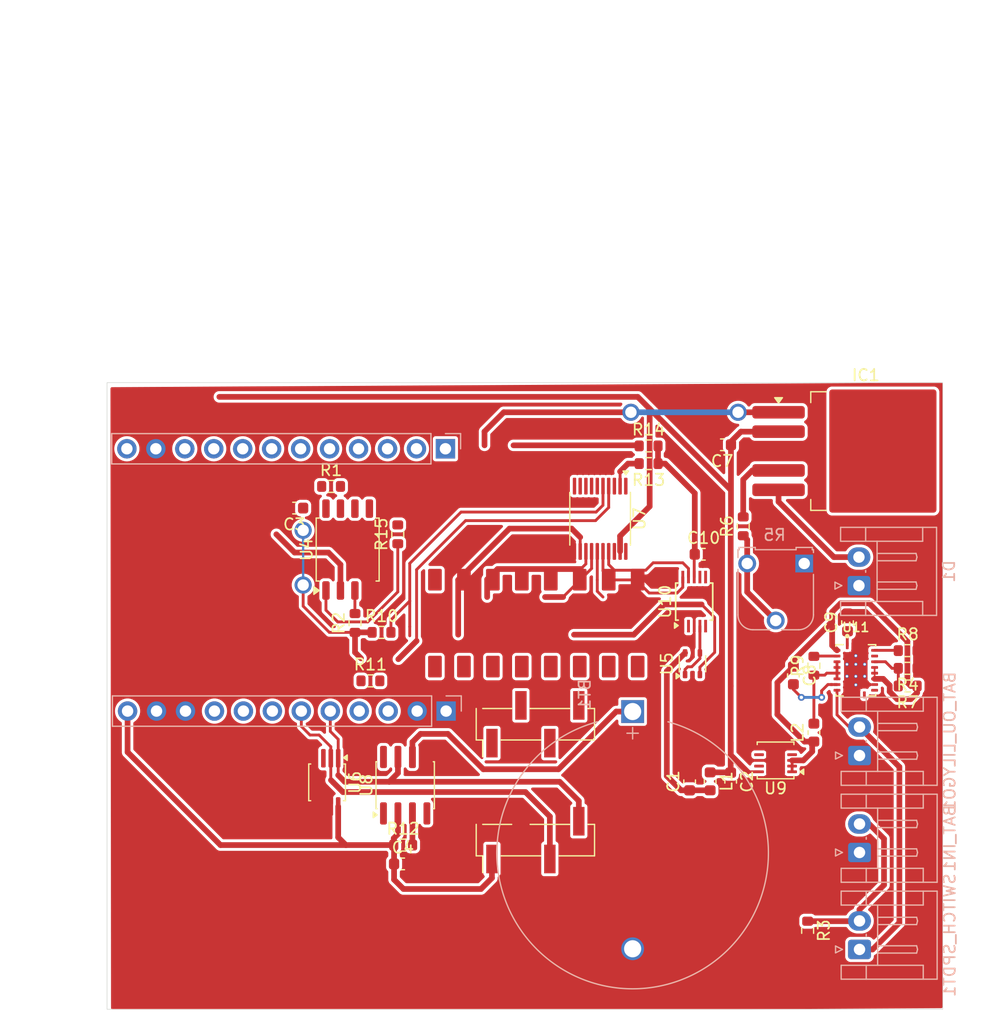
<source format=kicad_pcb>
(kicad_pcb (version 20241229) (generator "pcbnew") (generator_version "9.0")
  (layers (0 "F.Cu" signal) (2 "B.Cu" signal) (13 "F.Paste" user) (15 "B.Paste" user) (5 "F.SilkS" user "F.Silkscreen") (7 "B.SilkS" user "B.Silkscreen") (1 "F.Mask" user) (3 "B.Mask" user) (25 "Edge.Cuts" user))
  (net 0 "")
  (net 1 "GND")
  (net 2 "+3.7V_0")
  (net 3 "+3.7V")
  (net 4 "+BATT")
  (net 5 "/V_SPEC")
  (net 6 "5V")
  (net 7 "3.3V")
  (net 8 "+3V3")
  (net 9 "+5.5V")
  (net 10 "Net-(U11-BOOT)")
  (net 11 "Net-(U11-VCC)")
  (net 12 "Net-(D1-A)")
  (net 13 "/PWM_LED")
  (net 14 "Net-(IC1-RSET)")
  (net 15 "Net-(L2-Pad2)")
  (net 16 "Net-(U4-~{HOLD}{slash}~{RESET}{slash}IO_{3})")
  (net 17 "Net-(U4-~{WP}{slash}IO_{2})")
  (net 18 "Net-(U11-FB)")
  (net 19 "Net-(R5-E)")
  (net 20 "Net-(U11-ILIM)")
  (net 21 "Net-(U11-FSW)")
  (net 22 "/I2C_SCL")
  (net 23 "/I2C_SDA")
  (net 24 "Net-(U8-~{INT}{slash}SQW)")
  (net 25 "/GAIN_5V")
  (net 26 "Net-(U2-VIDEO)")
  (net 27 "/ST_5V")
  (net 28 "/CLK_5V")
  (net 29 "/EOS_5V")
  (net 30 "/SPI_CS_1_3V")
  (net 34 "/SPI_MOSI_3V")
  (net 35 "/SPI_CLK_3V")
  (net 38 "/SPI_MISO_3V")
  (net 39 "Net-(U10-AIN0)")
  (net 42 "/GAIN_3V")
  (net 43 "/I2C_SDA_5V")
  (net 47 "/ST_3V")
  (net 48 "/I2C_SCL_5V")
  (net 65 "/CLK_3V")
  (net 66 "/EOS_3V")
  (net 67 "Net-(U7-VCCA)")
  (net 68 "Net-(U3-GPIO10)")
  (net 69 "Net-(R14-Pad1)")
  (footprint "Capacitor_SMD:C_0603_1608Metric" (layer "F.Cu") (at 24.725 23.1 180)
    (property "Reference" "C3")
    (property "Value" "0.1uF")
  )
  (footprint "Package_DFN_QFN:DFN-10-1EP_3x3mm_P0.5mm_EP1.65x2.38mm" (layer "F.Cu") (at 66.9375 45.225 180)
    (property "Reference" "U9")
    (property "Value" "LT3045xDD")
  )
  (footprint "Resistor_SMD:R_0603_1608Metric" (layer "F.Cu") (at 70.3 36.925 90)
    (property "Reference" "R9")
    (property "Value" "40 K")
  )
  (footprint "Capacitor_SMD:C_0603_1608Metric" (layer "F.Cu") (at 68.5 37.775 -90)
    (property "Reference" "C8")
    (property "Value" "0.1uF")
  )
  (footprint "Package_TO_SOT_SMD:SOT-353_SC-70-5" (layer "F.Cu") (at 59.65 36.75 90)
    (property "Reference" "U5")
    (property "Value" "TLV9001IDCK")
  )
  (footprint "Capacitor_SMD:C_0603_1608Metric" (layer "F.Cu") (at 60.625 27.15)
    (property "Reference" "C10")
    (property "Value" "0.1uF")
  )
  (footprint "Capacitor_SMD:C_0603_1608Metric" (layer "F.Cu") (at 59.4 47.075 90)
    (property "Reference" "C1")
    (property "Value" "0.022uF" (hide yes))
  )
  (footprint "Resistor_SMD:R_0603_1608Metric" (layer "F.Cu") (at 30.05 33.175 90)
    (property "Reference" "R2")
    (property "Value" "10 K")
  )
  (footprint "Capacitor_SMD:C_0603_1608Metric" (layer "F.Cu") (at 63 47.075 -90)
    (property "Reference" "C2")
    (property "Value" "0.022uF")
  )
  (footprint "mioss:as7331_SMD" (layer "F.Cu") (at 52.99 40.385 90)
    (property "Reference" "U1" (hide yes))
    (property "Value" "~" (hide yes))
  )
  (footprint "Package_SO:SOIC-8_5.3x5.3mm_P1.27mm" (layer "F.Cu") (at 29.405 26.7375 90)
    (property "Reference" "U4")
    (property "Value" "W25Q16JVSS")
  )
  (footprint "Resistor_SMD:R_0603_1608Metric" (layer "F.Cu") (at 34.275 52.65)
    (property "Reference" "R12")
    (property "Value" "10 K")
  )
  (footprint "Resistor_SMD:R_0603_1608Metric" (layer "F.Cu") (at 78.525 35.6)
    (property "Reference" "R8")
    (property "Value" "40 K")
  )
  (footprint "Package_SO:SOIC-8_3.9x4.9mm_P1.27mm" (layer "F.Cu") (at 34.45 47.4 90)
    (property "Reference" "U8")
    (property "Value" "DS3231MZ")
  )
  (footprint "Resistor_SMD:R_0603_1608Metric" (layer "F.Cu") (at 55.8 19.2 180)
    (property "Reference" "R13")
    (property "Value" "0")
  )
  (footprint "Resistor_SMD:R_0603_1608Metric" (layer "F.Cu") (at 78.525 37.15 180)
    (property "Reference" "R4")
    (property "Value" "22.1 K")
  )
  (footprint "Capacitor_SMD:C_0603_1608Metric" (layer "F.Cu") (at 73.25 33.125 90)
    (property "Reference" "C9")
    (property "Value" "0.1uF")
  )
  (footprint "Resistor_SMD:R_0603_1608Metric" (layer "F.Cu") (at 64.1 24.7 90)
    (property "Reference" "R6")
    (property "Value" "500")
  )
  (footprint "Resistor_SMD:R_0603_1608Metric" (layer "F.Cu") (at 78.525 38.7 180)
    (property "Reference" "R7")
    (property "Value" "56.2 K")
  )
  (footprint "Inductor_SMD:L_0603_1608Metric" (layer "F.Cu") (at 61.2 47.0625 -90)
    (property "Reference" "L1")
    (property "Value" "100uH")
  )
  (footprint "mioss:C12880MA_SMD" (layer "F.Cu") (at 49.76 44.62)
    (property "Reference" "U2" (hide yes))
    (property "Value" "~" (hide yes))
  )
  (footprint "Resistor_SMD:R_0603_1608Metric" (layer "F.Cu") (at 31.4 38.25)
    (property "Reference" "R11")
    (property "Value" "4.7 K")
  )
  (footprint "Resistor_SMD:R_0603_1608Metric" (layer "F.Cu") (at 55.8 17.65)
    (property "Reference" "R14")
    (property "Value" "0")
  )
  (footprint "Package_SO:TSSOP-20_4.4x5mm_P0.5mm" (layer "F.Cu") (at 51.55 24.0375 -90)
    (property "Reference" "U7")
    (property "Value" "TRANSLATOR-TXS0108E")
  )
  (footprint "Package_SO:TSSOP-10_3x3mm_P0.5mm" (layer "F.Cu") (at 59.8 31.3 90)
    (property "Reference" "U10")
    (property "Value" "ADS1115IDGS")
  )
  (footprint "Resistor_SMD:R_0603_1608Metric" (layer "F.Cu") (at 33.8 25.4 90)
    (property "Reference" "R15")
    (property "Value" "0")
  )
  (footprint "Resistor_SMD:R_0603_1608Metric" (layer "F.Cu") (at 27.95 21.2)
    (property "Reference" "R1")
    (property "Value" "10 K")
  )
  (footprint "Resistor_SMD:R_0603_1608Metric" (layer "F.Cu") (at 69.75 60.15 -90)
    (property "Reference" "R3")
    (property "Value" "100 K")
  )
  (footprint "Resistor_SMD:R_0603_1608Metric" (layer "F.Cu") (at 32.375 34)
    (property "Reference" "R10")
    (property "Value" "4.7 K")
  )
  (footprint "Package_TO_SOT_SMD:TO-263-5_TabPin6" (layer "F.Cu") (at 74.85 18.1)
    (property "Reference" "IC1")
    (property "Value" "CAT4101")
  )
  (footprint "Inductor_SMD:L_0603_1608Metric" (layer "F.Cu") (at 70.3 42.7875 90)
    (property "Reference" "L2")
    (property "Value" "4.7uH")
  )
  (footprint "Capacitor_SMD:C_0603_1608Metric" (layer "F.Cu") (at 34.25 54.3)
    (property "Reference" "C4")
    (property "Value" "0.1uF")
  )
  (footprint "Capacitor_SMD:C_0603_1608Metric" (layer "F.Cu") (at 62.25 17.55 180)
    (property "Reference" "C7")
    (property "Value" "0.1uF")
  )
  (footprint "Package_SO:MSOP-8_3x3mm_P0.65mm" (layer "F.Cu") (at 27.6 47.15 -90)
    (property "Reference" "U6")
    (property "Value" "MCP9808_MSOP")
  )
  (footprint "mioss:IC_MSP430FR2522IRHLR" (layer "F.Cu") (at 73.975 37.325)
    (property "Reference" "U11")
    (property "Value" "TPS61088RHLT")
  )
  (footprint "Battery:BatteryHolder_MYOUNG_BS-07-A1BJ001_CR2032" (layer "B.Cu") (at 54.4 40.942546 -90)
    (property "Reference" "BT1")
    (property "Value" "Battery_Cell")
  )
  (footprint "Connector_JST:JST_EH_S2B-EH_1x02_P2.50mm_Horizontal" (layer "B.Cu") (at 74.3 44.8 90)
    (property "Reference" "BAT_OU_LILYGO1")
    (property "Value" "M02-JST-2MM-SMT")
  )
  (footprint "Connector_JST:JST_EH_S2B-EH_1x02_P2.50mm_Horizontal" (layer "B.Cu") (at 74.3 53.3 90)
    (property "Reference" "BAT_IN1")
    (property "Value" "M02-JST-2MM-SMT")
  )
  (footprint "Connector_JST:JST_EH_S2B-EH_1x02_P2.50mm_Horizontal" (layer "B.Cu") (at 74.3 61.8 90)
    (property "Reference" "SWITCH_SPDT1")
    (property "Value" "M02-JST-2MM-SMT")
  )
  (footprint "micross:Untitled" (layer "B.Cu") (at -0.84 -21.2 90)
    (property "Reference" "U3" (hide yes))
    (property "Value" "LILTGO touch" (hide yes))
  )
  (footprint "Potentiometer_THT:Potentiometer_Runtron_RM-065_Vertical" (layer "B.Cu") (at 69.45 27.96 180)
    (property "Reference" "R5")
    (property "Value" "5K")
  )
  (footprint "Connector_JST:JST_EH_S2B-EH_1x02_P2.50mm_Horizontal" (layer "B.Cu") (at 74.25 29.9 90)
    (property "Reference" "D1")
    (property "Value" "LED")
  )
  (gr_rect (start 8.3 12.1) (end 81.6 67.05) (stroke (width 0.05)) (fill no) (layer "Edge.Cuts"))
  (segment (start 75.15 50.8) (end 74.3 50.8) (width 0.15) (layer "F.Cu") (net 2))
  (segment (start 76.45 56.15) (end 76.45 52.1) (width 0.5) (layer "F.Cu") (net 2))
  (segment (start 74.3 59.3) (end 74.3 58.3) (width 0.5) (layer "F.Cu") (net 2))
  (segment (start 74.275 59.325) (end 74.3 59.3) (width 0.15) (layer "F.Cu") (net 2))
  (segment (start 69.75 59.325) (end 74.275 59.325) (width 0.5) (layer "F.Cu") (net 2))
  (segment (start 76.45 52.1) (end 75.15 50.8) (width 0.5) (layer "F.Cu") (net 2))
  (segment (start 74.3 58.3) (end 76.45 56.15) (width 0.5) (layer "F.Cu") (net 2))
  (segment (start 72.325 41.225) (end 73.4 42.3) (width 0.25) (layer "F.Cu") (net 3))
  (segment (start 77.8 45.8) (end 74.3 42.3) (width 0.5) (layer "F.Cu") (net 3))
  (segment (start 74.3 61.8) (end 75.45 61.8) (width 0.5) (layer "F.Cu") (net 3))
  (segment (start 75.45 61.8) (end 77.8 59.45) (width 0.5) (layer "F.Cu") (net 3))
  (segment (start 77.8 59.45) (end 77.8 45.8) (width 0.5) (layer "F.Cu") (net 3))
  (segment (start 72.325 39.075) (end 72.325 41.225) (width 0.25) (layer "F.Cu") (net 3))
  (segment (start 73.4 42.3) (end 74.3 42.3) (width 0.25) (layer "F.Cu") (net 3))
  (segment (start 35.085 43.615) (end 35.8 42.9) (width 0.5) (layer "F.Cu") (net 4))
  (segment (start 47.9 46) (end 52.957454 40.942546) (width 0.5) (layer "F.Cu") (net 4))
  (segment (start 35.8 42.9) (end 38.2 42.9) (width 0.5) (layer "F.Cu") (net 4))
  (segment (start 52.957454 40.942546) (end 54.4 40.942546) (width 0.5) (layer "F.Cu") (net 4))
  (segment (start 38.2 42.9) (end 41.3 46) (width 0.5) (layer "F.Cu") (net 4))
  (segment (start 41.3 46) (end 47.9 46) (width 0.5) (layer "F.Cu") (net 4))
  (segment (start 35.085 44.925) (end 35.085 43.615) (width 0.5) (layer "F.Cu") (net 4))
  (segment (start 61.2 47.85) (end 59.4 47.85) (width 0.5) (layer "F.Cu") (net 5))
  (segment (start 58.65 47.85) (end 59.4 47.85) (width 0.5) (layer "F.Cu") (net 5))
  (segment (start 59 35.8) (end 57.4 37.4) (width 0.5) (layer "F.Cu") (net 5))
  (segment (start 57.4 37.4) (end 57.4 46.6) (width 0.5) (layer "F.Cu") (net 5))
  (segment (start 57.4 46.6) (end 58.65 47.85) (width 0.5) (layer "F.Cu") (net 5))
  (segment (start 53.3 25.55) (end 55.895 22.955) (width 0.5) (layer "F.Cu") (net 6))
  (segment (start 63.025 17.275) (end 63.9 16.4) (width 0.5) (layer "F.Cu") (net 6))
  (segment (start 64.475 46.225) (end 65.4875 46.225) (width 0.25) (layer "F.Cu") (net 6))
  (segment (start 63 21.5) (end 55.895 14.395) (width 0.5) (layer "F.Cu") (net 6))
  (segment (start 63.025 17.55) (end 63.025 17.275) (width 0.15) (layer "F.Cu") (net 6))
  (segment (start 62.975 46.275) (end 63 46.3) (width 0.5) (layer "F.Cu") (net 6))
  (segment (start 55.895 22.955) (end 55.895 14.395) (width 0.5) (layer "F.Cu") (net 6))
  (segment (start 63 24.05) (end 63 22.4) (width 0.2) (layer "F.Cu") (net 6))
  (segment (start 63 38.7) (end 63 24.05) (width 0.5) (layer "F.Cu") (net 6))
  (segment (start 63 38.7) (end 63 43.7) (width 0.5) (layer "F.Cu") (net 6))
  (segment (start 54.85 13.35) (end 18.15 13.35) (width 0.5) (layer "F.Cu") (net 6))
  (segment (start 63 22.15) (end 63 21.5) (width 0.2) (layer "F.Cu") (net 6))
  (segment (start 63.025 24.025) (end 63 24.05) (width 0.15) (layer "F.Cu") (net 6))
  (segment (start 53.3 26.9) (end 53.3 25.55) (width 0.5) (layer "F.Cu") (net 6))
  (segment (start 55.895 14.395) (end 54.85 13.35) (width 0.5) (layer "F.Cu") (net 6))
  (segment (start 63.9 16.4) (end 67.2 16.4) (width 0.5) (layer "F.Cu") (net 6))
  (segment (start 63 39.45) (end 63 38.7) (width 0.2) (layer "F.Cu") (net 6))
  (segment (start 61.2 46.275) (end 62.975 46.275) (width 0.5) (layer "F.Cu") (net 6))
  (segment (start 63 43.7) (end 63 44.75) (width 0.5) (layer "F.Cu") (net 6))
  (segment (start 63 22.4) (end 63 22.15) (width 0.2) (layer "F.Cu") (net 6))
  (segment (start 63 43.7) (end 63 46.1) (width 0.5) (layer "F.Cu") (net 6))
  (segment (start 63.025 17.55) (end 63.025 24.025) (width 0.5) (layer "F.Cu") (net 6))
  (segment (start 63 44.75) (end 64.475 46.225) (width 0.5) (layer "F.Cu") (net 6))
  (segment (start 33.475 55.675) (end 33.475 54.3) (width 0.5) (layer "F.Cu") (net 8))
  (segment (start 30.05 35.75) (end 30.575 36.275) (width 0.5) (layer "F.Cu") (net 8))
  (segment (start 33.475 52.675) (end 33.45 52.65) (width 0.15) (layer "F.Cu") (net 8))
  (segment (start 34.3 56.5) (end 33.475 55.675) (width 0.5) (layer "F.Cu") (net 8))
  (segment (start 33.475 54.3) (end 33.475 52.675) (width 0.5) (layer "F.Cu") (net 8))
  (segment (start 10.1 40.9) (end 10.1 44.5) (width 0.5) (layer "F.Cu") (net 8))
  (segment (start 59.8 29.15) (end 59.8 27.15) (width 0.25) (layer "F.Cu") (net 8))
  (segment (start 56.625 19.2) (end 57.25 19.2) (width 0.5) (layer "F.Cu") (net 8))
  (segment (start 41.1 56.5) (end 34.3 56.5) (width 0.5) (layer "F.Cu") (net 8))
  (segment (start 28.575 51.975) (end 28.575 49.2625) (width 0.5) (layer "F.Cu") (net 8))
  (segment (start 18.25 52.65) (end 29.25 52.65) (width 0.5) (layer "F.Cu") (net 8))
  (segment (start 33.815 51.685) (end 33.815 49.875) (width 0.5) (layer "F.Cu") (net 8))
  (segment (start 30.05 34) (end 30.05 35.75) (width 0.5) (layer "F.Cu") (net 8))
  (segment (start 25.5 31.7) (end 27.8 34) (width 0.25) (layer "F.Cu") (net 8))
  (segment (start 42.06 55.54) (end 41.1 56.5) (width 0.5) (layer "F.Cu") (net 8))
  (segment (start 27.8 34) (end 30.05 34) (width 0.25) (layer "F.Cu") (net 8))
  (segment (start 33.45 52.65) (end 29.25 52.65) (width 0.5) (layer "F.Cu") (net 8))
  (segment (start 59.85 21.8) (end 59.85 27.15) (width 0.5) (layer "F.Cu") (net 8))
  (segment (start 25.525 25.025) (end 25.5 25.05) (width 0.15) (layer "F.Cu") (net 8))
  (segment (start 33.45 52.05) (end 33.815 51.685) (width 0.5) (layer "F.Cu") (net 8))
  (segment (start 30.05 34) (end 31.55 34) (width 0.5) (layer "F.Cu") (net 8))
  (segment (start 29.25 52.65) (end 28.575 51.975) (width 0.5) (layer "F.Cu") (net 8))
  (segment (start 10.1 44.5) (end 18.25 52.65) (width 0.5) (layer "F.Cu") (net 8))
  (segment (start 42.06 53.87) (end 42.06 55.54) (width 0.5) (layer "F.Cu") (net 8))
  (segment (start 25.5 29.85) (end 25.5 31.7) (width 0.25) (layer "F.Cu") (net 8))
  (segment (start 33.45 52.65) (end 33.45 52.05) (width 0.5) (layer "F.Cu") (net 8))
  (segment (start 57.25 19.2) (end 59.85 21.8) (width 0.5) (layer "F.Cu") (net 8))
  (segment (start 56.625 17.65) (end 56.625 19.2) (width 0.5) (layer "F.Cu") (net 8))
  (via (at 25.5 25.05) (size 1.5) (drill 1) (layers "F.Cu" "B.Cu") (net 8))
  (via (at 25.5 29.85) (size 1.5) (drill 1) (layers "F.Cu" "B.Cu") (net 8))
  (segment (start 25.5 25.05) (end 25.5 29.85) (width 0.2) (layer "B.Cu") (net 8))
  (segment (start 69.2 35.75) (end 71.9 33.05) (width 0.5) (layer "F.Cu") (net 9))
  (segment (start 78.8 38.7) (end 79.35 38.7) (width 0.5) (layer "F.Cu") (net 9))
  (segment (start 78.8 39.85) (end 77.6 39.85) (width 0.5) (layer "F.Cu") (net 9))
  (segment (start 75.15 31.45) (end 78.5 34.8) (width 0.5) (layer "F.Cu") (net 9))
  (segment (start 69.2 35.75) (end 69.375 35.575) (width 0.15) (layer "F.Cu") (net 9))
  (segment (start 68.5 36.45) (end 69.2 35.75) (width 0.5) (layer "F.Cu") (net 9))
  (segment (start 68.3875 45.725) (end 68.3875 45.225) (width 0.25) (layer "F.Cu") (net 9))
  (segment (start 68.5 37) (end 68.5 36.45) (width 0.5) (layer "F.Cu") (net 9))
  (segment (start 71.9 35.15) (end 71.9 33.05) (width 0.5) (layer "F.Cu") (net 9))
  (segment (start 75.625 37.575) (end 75.625 37.075) (width 0.15) (layer "F.Cu") (net 9))
  (segment (start 76.95 38.65) (end 76.375 38.075) (width 0.5) (layer "F.Cu") (net 9))
  (segment (start 71.9 32.2) (end 72.65 31.45) (width 0.5) (layer "F.Cu") (net 9))
  (segment (start 76.375 38.075) (end 75.625 38.075) (width 0.5) (layer "F.Cu") (net 9))
  (segment (start 75.65 38.1) (end 75.625 38.075) (width 0.15) (layer "F.Cu") (net 9))
  (segment (start 67.1 38.4) (end 68.5 37) (width 0.5) (layer "F.Cu") (net 9))
  (segment (start 70.15 44.45) (end 70.15 43.6) (width 0.5) (layer "F.Cu") (net 9))
  (segment (start 79.35 39.3) (end 78.8 39.85) (width 0.5) (layer "F.Cu") (net 9))
  (segment (start 67.1 41.2) (end 67.1 38.4) (width 0.5) (layer "F.Cu") (net 9))
  (segment (start 71.9 33.05) (end 71.9 32.2) (width 0.5) (layer "F.Cu") (net 9))
  (segment (start 69.475 43.575) (end 67.1 41.2) (width 0.5) (layer "F.Cu") (net 9))
  (segment (start 68.3875 46.225) (end 68.3875 45.725) (width 0.25) (layer "F.Cu") (net 9))
  (segment (start 70.3 43.575) (end 69.475 43.575) (width 0.5) (layer "F.Cu") (net 9))
  (segment (start 72.325 35.575) (end 71.9 35.15) (width 0.5) (layer "F.Cu") (net 9))
  (segment (start 68.3875 45.225) (end 69.375 45.225) (width 0.5) (layer "F.Cu") (net 9))
  (segment (start 78.5 38.4) (end 78.8 38.7) (width 0.5) (layer "F.Cu") (net 9))
  (segment (start 75.625 38.075) (end 75.625 37.575) (width 0.15) (layer "F.Cu") (net 9))
  (segment (start 76.95 39.2) (end 76.95 38.65) (width 0.5) (layer "F.Cu") (net 9))
  (segment (start 69.375 45.225) (end 70.15 44.45) (width 0.5) (layer "F.Cu") (net 9))
  (segment (start 79.35 38.7) (end 79.35 39.3) (width 0.5) (layer "F.Cu") (net 9))
  (segment (start 78.5 34.8) (end 78.5 38.4) (width 0.5) (layer "F.Cu") (net 9))
  (segment (start 72.65 31.45) (end 75.15 31.45) (width 0.5) (layer "F.Cu") (net 9))
  (segment (start 77.6 39.85) (end 76.95 39.2) (width 0.5) (layer "F.Cu") (net 9))
  (segment (start 71.525 38.575) (end 71.895726 38.575) (width 0.25) (layer "F.Cu") (net 10))
  (segment (start 68.5 39) (end 69.2 39.7) (width 0.25) (layer "F.Cu") (net 10))
  (segment (start 72.3 38.55) (end 72.325 38.575) (width 0.15) (layer "F.Cu") (net 10))
  (segment (start 68.5 38.55) (end 68.5 39) (width 0.25) (layer "F.Cu") (net 10))
  (segment (start 70.979 39.7) (end 70.979 39.121) (width 0.25) (layer "F.Cu") (net 10))
  (segment (start 70.979 39.121) (end 71.525 38.575) (width 0.25) (layer "F.Cu") (net 10))
  (segment (start 71.775 38.575) (end 72.325 38.575) (width 0.25) (layer "F.Cu") (net 10))
  (via (at 69.2 39.7) (size 0.6) (drill 0.3) (layers "F.Cu" "B.Cu") (net 10))
  (via (at 70.979 39.7) (size 0.6) (drill 0.3) (layers "F.Cu" "B.Cu") (net 10))
  (segment (start 69.2 39.7) (end 70.979 39.7) (width 0.25) (layer "B.Cu") (net 10))
  (segment (start 73.225 33.675) (end 73.25 33.65) (width 0.15) (layer "F.Cu") (net 11))
  (segment (start 73.225 35.175) (end 73.225 33.675) (width 0.25) (layer "F.Cu") (net 11))
  (segment (start 72.05 27.4) (end 74.25 27.4) (width 0.5) (layer "F.Cu") (net 12))
  (segment (start 67.2 22.55) (end 72.05 27.4) (width 0.5) (layer "F.Cu") (net 12))
  (segment (start 67.2 21.5) (end 67.2 22.55) (width 0.5) (layer "F.Cu") (net 12))
  (segment (start 54.25 14.7) (end 43.1 14.7) (width 0.5) (layer "F.Cu") (net 13))
  (segment (start 43.1 14.7) (end 41.41 16.39) (width 0.5) (layer "F.Cu") (net 13))
  (segment (start 63.6 14.7) (end 63.65 14.7) (width 0.15) (layer "F.Cu") (net 13))
  (segment (start 63.65 14.7) (end 67.2 14.7) (width 0.5) (layer "F.Cu") (net 13))
  (segment (start 41.41 16.39) (end 41.41 17.6) (width 0.5) (layer "F.Cu") (net 13))
  (via (at 54.25 14.7) (size 1.5) (drill 1) (layers "F.Cu" "B.Cu") (net 13))
  (via (at 63.65 14.7) (size 1.5) (drill 1) (layers "F.Cu" "B.Cu") (net 13))
  (segment (start 54.25 14.7) (end 63.6 14.7) (width 0.5) (layer "B.Cu") (net 13))
  (segment (start 64.1 20.6) (end 64.9 19.8) (width 0.5) (layer "F.Cu") (net 14))
  (segment (start 64.1 23.875) (end 64.1 20.6) (width 0.5) (layer "F.Cu") (net 14))
  (segment (start 64.9 19.8) (end 67.2 19.8) (width 0.5) (layer "F.Cu") (net 14))
  (segment (start 71.25 37.75) (end 70.25 37.75) (width 0.25) (layer "F.Cu") (net 15))
  (segment (start 70.3 42) (end 70.3 37.75) (width 0.25) (layer "F.Cu") (net 15))
  (segment (start 72.325 37.575) (end 71.425 37.575) (width 0.25) (layer "F.Cu") (net 15))
  (segment (start 72.325 37.575) (end 72.325 37.075) (width 0.25) (layer "F.Cu") (net 15))
  (segment (start 70.15 37.85) (end 70.25 37.75) (width 0.15) (layer "F.Cu") (net 15))
  (segment (start 72.325 37.075) (end 72.325 36.575) (width 0.25) (layer "F.Cu") (net 15))
  (segment (start 71.425 37.575) (end 71.25 37.75) (width 0.25) (layer "F.Cu") (net 15))
  (segment (start 72.325 38.075) (end 72.325 37.575) (width 0.25) (layer "F.Cu") (net 15))
  (segment (start 70.15 37.8) (end 70.1 37.75) (width 0.25) (layer "F.Cu") (net 15))
  (segment (start 30.04 30.325) (end 30.04 32.34) (width 0.25) (layer "F.Cu") (net 17))
  (segment (start 30.04 32.34) (end 30.05 32.35) (width 0.15) (layer "F.Cu") (net 17))
  (segment (start 77.7 38.7) (end 77.7 37.15) (width 0.25) (layer "F.Cu") (net 18))
  (segment (start 77.15 37.15) (end 76.575 36.575) (width 0.25) (layer "F.Cu") (net 18))
  (segment (start 76.575 36.575) (end 75.625 36.575) (width 0.25) (layer "F.Cu") (net 18))
  (segment (start 77.7 37.15) (end 77.15 37.15) (width 0.25) (layer "F.Cu") (net 18))
  (segment (start 64.45 30.46) (end 64.45 27.96) (width 0.5) (layer "F.Cu") (net 19))
  (segment (start 64.45 25.875) (end 64.1 25.525) (width 0.5) (layer "F.Cu") (net 19))
  (segment (start 66.95 32.96) (end 64.45 30.46) (width 0.5) (layer "F.Cu") (net 19))
  (segment (start 64.45 27.96) (end 64.45 25.875) (width 0.5) (layer "F.Cu") (net 19))
  (segment (start 75.625 35.575) (end 77.675 35.575) (width 0.25) (layer "F.Cu") (net 20))
  (segment (start 77.675 35.575) (end 77.7 35.6) (width 0.15) (layer "F.Cu") (net 20))
  (segment (start 70.325 36.075) (end 72.325 36.075) (width 0.25) (layer "F.Cu") (net 21))
  (segment (start 70.25 36.1) (end 70.3 36.1) (width 0.15) (layer "F.Cu") (net 21))
  (segment (start 70.3 36.1) (end 70.325 36.075) (width 0.15) (layer "F.Cu") (net 21))
  (segment (start 47.14 50.14) (end 47.14 53.87) (width 0.5) (layer "F.Cu") (net 22))
  (segment (start 28.982268 48) (end 45 48) (width 0.5) (layer "F.Cu") (net 22))
  (segment (start 26.1 43) (end 25.34 42.24) (width 0.25) (layer "F.Cu") (net 22))
  (segment (start 28.141134 47.158866) (end 28.982268 48) (width 0.5) (layer "F.Cu") (net 22))
  (segment (start 27.925 46.942732) (end 28.141134 47.158866) (width 0.25) (layer "F.Cu") (net 22))
  (segment (start 34.85 31.25) (end 34.85 33.5) (width 0.25) (layer "F.Cu") (net 22))
  (segment (start 27.925 45.0375) (end 27.925 46.942732) (width 0.25) (layer "F.Cu") (net 22))
  (segment (start 34.85 27.95) (end 34.85 31.25) (width 0.25) (layer "F.Cu") (net 22))
  (segment (start 51.8 22.85) (end 51.2 23.45) (width 0.25) (layer "F.Cu") (net 22))
  (segment (start 33.2 32.9) (end 34.85 31.25) (width 0.25) (layer "F.Cu") (net 22))
  (segment (start 39.35 23.45) (end 34.85 27.95) (width 0.25) (layer "F.Cu") (net 22))
  (segment (start 28.141134 47.158866) (end 27.941134 46.958865) (width 0.5) (layer "F.Cu") (net 22))
  (segment (start 27.925 44.025) (end 26.9 43) (width 0.25) (layer "F.Cu") (net 22))
  (segment (start 45 48) (end 47.14 50.14) (width 0.5) (layer "F.Cu") (net 22))
  (segment (start 33.2 34) (end 33.2 32.9) (width 0.25) (layer "F.Cu") (net 22))
  (segment (start 25.34 42.24) (end 25.34 40.9) (width 0.25) (layer "F.Cu") (net 22))
  (segment (start 27.925 45.0375) (end 27.925 44.025) (width 0.25) (layer "F.Cu") (net 22))
  (segment (start 34.85 33.5) (end 34.85 34.3) (width 0.25) (layer "F.Cu") (net 22))
  (segment (start 51.8 21.175) (end 51.8 22.85) (width 0.25) (layer "F.Cu") (net 22))
  (segment (start 26.9 43) (end 26.1 43) (width 0.25) (layer "F.Cu") (net 22))
  (segment (start 51.2 23.45) (end 39.35 23.45) (width 0.25) (layer "F.Cu") (net 22))
  (segment (start 39.75 24.2) (end 35.45 28.5) (width 0.25) (layer "F.Cu") (net 23))
  (segment (start 49.68 48.78) (end 48 47.1) (width 0.5) (layer "F.Cu") (net 23))
  (segment (start 51.15 24.2) (end 39.75 24.2) (width 0.25) (layer "F.Cu") (net 23))
  (segment (start 27.88 42.68) (end 27.88 40.9) (width 0.25) (layer "F.Cu") (net 23))
  (segment (start 28.575 45.0375) (end 28.575 43.375) (width 0.25) (layer "F.Cu") (net 23))
  (segment (start 29.15 47.1) (end 28.575 46.525) (width 0.5) (layer "F.Cu") (net 23))
  (segment (start 49.68 50.56) (end 49.68 48.78) (width 0.5) (layer "F.Cu") (net 23))
  (segment (start 52.3 21.175) (end 52.3 23.05) (width 0.25) (layer "F.Cu") (net 23))
  (segment (start 33.815 44.925) (end 33.815 46.335) (width 0.5) (layer "F.Cu") (net 23))
  (segment (start 35.45 34.75) (end 33.85 36.35) (width 0.5) (layer "F.Cu") (net 23))
  (segment (start 35.45 28.5) (end 35.45 34.75) (width 0.25) (layer "F.Cu") (net 23))
  (segment (start 33.05 47.1) (end 29.15 47.1) (width 0.5) (layer "F.Cu") (net 23))
  (segment (start 33.815 46.335) (end 33.05 47.1) (width 0.5) (layer "F.Cu") (net 23))
  (segment (start 28.575 43.375) (end 27.88 42.68) (width 0.25) (layer "F.Cu") (net 23))
  (segment (start 28.575 45.0375) (end 28.575 46.525) (width 0.25) (layer "F.Cu") (net 23))
  (segment (start 48 47.1) (end 33.05 47.1) (width 0.5) (layer "F.Cu") (net 23))
  (segment (start 52.3 23.05) (end 51.15 24.2) (width 0.25) (layer "F.Cu") (net 23))
  (segment (start 35.1 52.6) (end 35.085 52.585) (width 0.15) (layer "F.Cu") (net 24))
  (segment (start 35.1 52.65) (end 35.1 52.6) (width 0.15) (layer "F.Cu") (net 24))
  (segment (start 35.085 52.585) (end 35.085 49.875) (width 0.5) (layer "F.Cu") (net 24))
  (segment (start 50.3 27.995) (end 49.85 28.445) (width 0.25) (layer "F.Cu") (net 25))
  (segment (start 42.555 28.445) (end 41.64 29.36) (width 0.5) (layer "F.Cu") (net 25))
  (segment (start 41.64 29.36) (end 41.64 30.9) (width 0.5) (layer "F.Cu") (net 25))
  (segment (start 50.3 26.9) (end 50.3 27.995) (width 0.25) (layer "F.Cu") (net 25))
  (segment (start 49.85 28.445) (end 42.555 28.445) (width 0.5) (layer "F.Cu") (net 25))
  (segment (start 60.45 31.55) (end 57.15 31.55) (width 0.5) (layer "F.Cu") (net 26))
  (segment (start 61.6 35.75) (end 61.6 32.7) (width 0.25) (layer "F.Cu") (net 26))
  (segment (start 57.15 31.55) (end 54.5 34.2) (width 0.5) (layer "F.Cu") (net 26))
  (segment (start 60.3 37.05) (end 61.6 35.75) (width 0.25) (layer "F.Cu") (net 26))
  (segment (start 54.5 34.2) (end 49.26 34.2) (width 0.5) (layer "F.Cu") (net 26))
  (segment (start 61.6 32.7) (end 60.45 31.55) (width 0.25) (layer "F.Cu") (net 26))
  (segment (start 60.3 37.45) (end 60.3 37.05) (width 0.25) (layer "F.Cu") (net 26))
  (segment (start 49.8 26.9) (end 49.8 25.65) (width 0.25) (layer "F.Cu") (net 27))
  (segment (start 39.1 29.4) (end 39.1 34.2) (width 0.5) (layer "F.Cu") (net 27))
  (segment (start 49.8 25.65) (end 49.05 24.9) (width 0.5) (layer "F.Cu") (net 27))
  (segment (start 49.05 24.9) (end 43.6 24.9) (width 0.5) (layer "F.Cu") (net 27))
  (segment (start 43.6 24.9) (end 39.1 29.4) (width 0.5) (layer "F.Cu") (net 27))
  (segment (start 51.3 30.4) (end 51.8 30.9) (width 0.25) (layer "F.Cu") (net 28))
  (segment (start 51.3 29.4) (end 51.3 30.4) (width 0.25) (layer "F.Cu") (net 28))
  (segment (start 51.3 29.4) (end 51.3 26.9) (width 0.25) (layer "F.Cu") (net 28))
  (segment (start 50.8 28.4) (end 48.3 30.9) (width 0.25) (layer "F.Cu") (net 29))
  (segment (start 48.3 30.9) (end 46.72 30.9) (width 0.5) (layer "F.Cu") (net 29))
  (segment (start 50.8 26.9) (end 50.8 28.4) (width 0.25) (layer "F.Cu") (net 29))
  (segment (start 27.5 32.05) (end 27.5 30.325) (width 0.25) (layer "F.Cu") (net 30))
  (segment (start 28.53 33.08) (end 27.5 32.05) (width 0.25) (layer "F.Cu") (net 30))
  (segment (start 31.17 33.08) (end 28.53 33.08) (width 0.25) (layer "F.Cu") (net 30))
  (segment (start 33.8 26.225) (end 33.8 30.45) (width 0.25) (layer "F.Cu") (net 30))
  (segment (start 33.8 30.45) (end 31.17 33.08) (width 0.25) (layer "F.Cu") (net 30))
  (segment (start 23.15 25.4) (end 24.75 27) (width 0.5) (layer "F.Cu") (net 38))
  (segment (start 28.77 28.05) (end 28.77 30.325) (width 0.5) (layer "F.Cu") (net 38))
  (segment (start 24.75 27) (end 27.72 27) (width 0.5) (layer "F.Cu") (net 38))
  (segment (start 27.72 27) (end 28.77 28.05) (width 0.5) (layer "F.Cu") (net 38))
  (segment (start 59.58 37.02) (end 59.23 37.02) (width 0.25) (layer "F.Cu") (net 39))
  (segment (start 59 37.7) (end 59 37.25) (width 0.25) (layer "F.Cu") (net 39))
  (segment (start 60.3 33.45) (end 60.3 36.3) (width 0.25) (layer "F.Cu") (net 39))
  (segment (start 60.3 36.3) (end 59.58 37.02) (width 0.25) (layer "F.Cu") (net 39))
  (segment (start 59 37.25) (end 59.23 37.02) (width 0.25) (layer "F.Cu") (net 39))
  (segment (start 52.8 28.55) (end 52.3 28.05) (width 0.25) (layer "F.Cu") (net 43))
  (segment (start 55.55 28.55) (end 52.8 28.55) (width 0.25) (layer "F.Cu") (net 43))
  (segment (start 59.3 28.4) (end 58.8 27.9) (width 0.25) (layer "F.Cu") (net 43))
  (segment (start 58.8 27.9) (end 56.2 27.9) (width 0.25) (layer "F.Cu") (net 43))
  (segment (start 56.2 27.9) (end 55.55 28.55) (width 0.25) (layer "F.Cu") (net 43))
  (segment (start 52.3 28.05) (end 52.3 26.9) (width 0.25) (layer "F.Cu") (net 43))
  (segment (start 59.3 29.15) (end 59.3 28.4) (width 0.25) (layer "F.Cu") (net 43))
  (segment (start 58.3 30.55) (end 58.8 30.05) (width 0.25) (layer "F.Cu") (net 48))
  (segment (start 54.7 29.4) (end 55.85 30.55) (width 0.25) (layer "F.Cu") (net 48))
  (segment (start 58.8 30.05) (end 58.8 29.15) (width 0.25) (layer "F.Cu") (net 48))
  (segment (start 52.6 29.4) (end 54.7 29.4) (width 0.25) (layer "F.Cu") (net 48))
  (segment (start 51.8 26.9) (end 51.8 28.6) (width 0.25) (layer "F.Cu") (net 48))
  (segment (start 51.8 28.6) (end 52.6 29.4) (width 0.25) (layer "F.Cu") (net 48))
  (segment (start 55.85 30.55) (end 58.3 30.55) (width 0.25) (layer "F.Cu") (net 48))
  (segment (start 54 19.2) (end 54.975 19.2) (width 0.5) (layer "F.Cu") (net 67))
  (segment (start 53.3 19.9) (end 53.3 21.175) (width 0.25) (layer "F.Cu") (net 67))
  (segment (start 54 19.2) (end 53.3 19.9) (width 0.5) (layer "F.Cu") (net 67))
  (segment (start 43.95 17.6) (end 54.925 17.6) (width 0.5) (layer "F.Cu") (net 69))
  (segment (start 54.925 17.6) (end 54.975 17.65) (width 0.15) (layer "F.Cu") (net 69))
  (zone (net 1) (net_name "GND") (layer "F.Cu") (connect_pads yes (clearance 0.15)) (min_thickness 0.25) (fill yes (thermal_gap 0.5) (thermal_bridge_width 0.5))
    (polygon (pts (xy 81.6 12.1) (xy 81.65 66.95) (xy 8.65 67.35) (xy 8.6 12.5)))
  )
)
</source>
